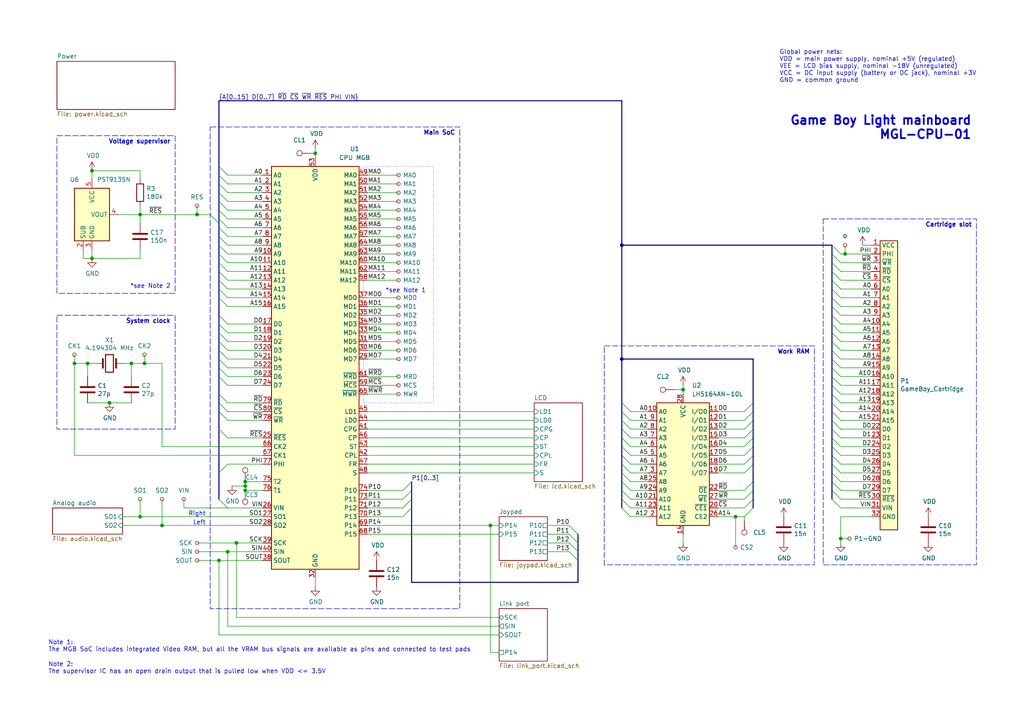
<source format=kicad_sch>
(kicad_sch (version 20230121) (generator eeschema)
  (paper "A4")
  (title_block (title "MGL-CPU-01") (date "2022-03-19") (rev "A") (company "https://gekkio.fi") (comment 1 "https://github.com/Gekkio/gb-schematics"))
  (junction (at 40.64 149.86))
  (junction (at 180.34 71.12))
  (junction (at 71.12 139.7))
  (junction (at 26.67 49.53))
  (junction (at 68.58 157.48))
  (junction (at 26.67 74.93))
  (junction (at 91.44 44.45))
  (junction (at 40.64 62.23))
  (junction (at 57.15 62.23))
  (junction (at 21.59 105.41))
  (junction (at 46.99 152.4))
  (junction (at 41.91 105.41))
  (junction (at 31.75 116.84))
  (junction (at 38.1 105.41))
  (junction (at 180.34 104.14))
  (junction (at 245.11 73.66))
  (junction (at 243.84 156.21))
  (junction (at 71.12 140.97))
  (junction (at 213.36 149.86))
  (junction (at 25.4 105.41))
  (junction (at 71.12 142.24))
  (junction (at 198.12 113.03))
  (junction (at 63.5 162.56))
  (junction (at 66.04 160.02))
  (junction (at 142.24 152.4))
  (bus_entry (at 241.3 116.84) (size 2.54 2.54))
  (bus_entry (at 241.3 71.12) (size 2.54 2.54))
  (bus_entry (at 63.5 91.44) (size 2.54 2.54))
  (bus_entry (at 182.88 124.46) (size -2.54 -2.54))
  (bus_entry (at 63.5 109.22) (size 2.54 2.54))
  (bus_entry (at 63.5 50.8) (size 2.54 2.54))
  (bus_entry (at 63.5 71.12) (size 2.54 2.54))
  (bus_entry (at 63.5 73.66) (size 2.54 2.54))
  (bus_entry (at 63.5 48.26) (size 2.54 2.54))
  (bus_entry (at 241.3 81.28) (size 2.54 2.54))
  (bus_entry (at 63.5 104.14) (size 2.54 2.54))
  (bus_entry (at 165.1 152.4) (size 2.54 2.54))
  (bus_entry (at 241.3 109.22) (size 2.54 2.54))
  (bus_entry (at 215.9 149.86) (size 2.54 -2.54))
  (bus_entry (at 116.84 144.78) (size 2.54 -2.54))
  (bus_entry (at 215.9 134.62) (size 2.54 -2.54))
  (bus_entry (at 63.5 83.82) (size 2.54 2.54))
  (bus_entry (at 182.88 144.78) (size -2.54 -2.54))
  (bus_entry (at 63.5 60.96) (size 2.54 2.54))
  (bus_entry (at 182.88 139.7) (size -2.54 -2.54))
  (bus_entry (at 165.1 154.94) (size 2.54 2.54))
  (bus_entry (at 241.3 124.46) (size 2.54 2.54))
  (bus_entry (at 63.5 93.98) (size 2.54 2.54))
  (bus_entry (at 241.3 129.54) (size 2.54 2.54))
  (bus_entry (at 215.9 137.16) (size 2.54 -2.54))
  (bus_entry (at 241.3 91.44) (size 2.54 2.54))
  (bus_entry (at 215.9 127) (size 2.54 -2.54))
  (bus_entry (at 241.3 127) (size 2.54 2.54))
  (bus_entry (at 63.5 101.6) (size 2.54 2.54))
  (bus_entry (at 241.3 139.7) (size 2.54 2.54))
  (bus_entry (at 63.5 68.58) (size 2.54 2.54))
  (bus_entry (at 182.88 132.08) (size -2.54 -2.54))
  (bus_entry (at 215.9 121.92) (size 2.54 -2.54))
  (bus_entry (at 241.3 114.3) (size 2.54 2.54))
  (bus_entry (at 63.5 114.3) (size 2.54 2.54))
  (bus_entry (at 182.88 129.54) (size -2.54 -2.54))
  (bus_entry (at 60.96 62.23) (size 2.54 2.54))
  (bus_entry (at 66.04 127) (size -2.54 -2.54))
  (bus_entry (at 241.3 119.38) (size 2.54 2.54))
  (bus_entry (at 63.5 78.74) (size 2.54 2.54))
  (bus_entry (at 63.5 53.34) (size 2.54 2.54))
  (bus_entry (at 165.1 160.02) (size 2.54 2.54))
  (bus_entry (at 116.84 142.24) (size 2.54 -2.54))
  (bus_entry (at 116.84 147.32) (size 2.54 -2.54))
  (bus_entry (at 241.3 142.24) (size 2.54 2.54))
  (bus_entry (at 63.5 86.36) (size 2.54 2.54))
  (bus_entry (at 182.88 121.92) (size -2.54 -2.54))
  (bus_entry (at 63.5 116.84) (size 2.54 2.54))
  (bus_entry (at 241.3 99.06) (size 2.54 2.54))
  (bus_entry (at 241.3 76.2) (size 2.54 2.54))
  (bus_entry (at 182.88 149.86) (size -2.54 -2.54))
  (bus_entry (at 215.9 147.32) (size 2.54 -2.54))
  (bus_entry (at 63.5 63.5) (size 2.54 2.54))
  (bus_entry (at 215.9 132.08) (size 2.54 -2.54))
  (bus_entry (at 241.3 86.36) (size 2.54 2.54))
  (bus_entry (at 241.3 111.76) (size 2.54 2.54))
  (bus_entry (at 182.88 127) (size -2.54 -2.54))
  (bus_entry (at 63.5 55.88) (size 2.54 2.54))
  (bus_entry (at 241.3 78.74) (size 2.54 2.54))
  (bus_entry (at 182.88 142.24) (size -2.54 -2.54))
  (bus_entry (at 241.3 144.78) (size 2.54 2.54))
  (bus_entry (at 63.5 119.38) (size 2.54 2.54))
  (bus_entry (at 182.88 147.32) (size -2.54 -2.54))
  (bus_entry (at 63.5 144.78) (size 2.54 2.54))
  (bus_entry (at 241.3 134.62) (size 2.54 2.54))
  (bus_entry (at 215.9 129.54) (size 2.54 -2.54))
  (bus_entry (at 241.3 96.52) (size 2.54 2.54))
  (bus_entry (at 215.9 142.24) (size 2.54 -2.54))
  (bus_entry (at 116.84 149.86) (size 2.54 -2.54))
  (bus_entry (at 241.3 132.08) (size 2.54 2.54))
  (bus_entry (at 241.3 88.9) (size 2.54 2.54))
  (bus_entry (at 215.9 144.78) (size 2.54 -2.54))
  (bus_entry (at 63.5 58.42) (size 2.54 2.54))
  (bus_entry (at 182.88 119.38) (size -2.54 -2.54))
  (bus_entry (at 63.5 106.68) (size 2.54 2.54))
  (bus_entry (at 241.3 121.92) (size 2.54 2.54))
  (bus_entry (at 215.9 124.46) (size 2.54 -2.54))
  (bus_entry (at 63.5 81.28) (size 2.54 2.54))
  (bus_entry (at 215.9 119.38) (size 2.54 -2.54))
  (bus_entry (at 182.88 134.62) (size -2.54 -2.54))
  (bus_entry (at 241.3 83.82) (size 2.54 2.54))
  (bus_entry (at 63.5 66.04) (size 2.54 2.54))
  (bus_entry (at 241.3 137.16) (size 2.54 2.54))
  (bus_entry (at 63.5 137.16) (size 2.54 -2.54))
  (bus_entry (at 63.5 96.52) (size 2.54 2.54))
  (bus_entry (at 182.88 137.16) (size -2.54 -2.54))
  (bus_entry (at 241.3 93.98) (size 2.54 2.54))
  (bus_entry (at 241.3 73.66) (size 2.54 2.54))
  (bus_entry (at 63.5 76.2) (size 2.54 2.54))
  (bus_entry (at 241.3 101.6) (size 2.54 2.54))
  (bus_entry (at 165.1 157.48) (size 2.54 2.54))
  (bus_entry (at 241.3 106.68) (size 2.54 2.54))
  (bus_entry (at 63.5 99.06) (size 2.54 2.54))
  (bus_entry (at 241.3 104.14) (size 2.54 2.54))
  (bus (pts (xy 63.5 101.6) (xy 63.5 104.14)))
  (bus (pts (xy 180.34 134.62) (xy 180.34 137.16)))
  (wire (pts (xy 66.04 111.76) (xy 76.2 111.76)))
  (wire (pts (xy 66.04 60.96) (xy 76.2 60.96)))
  (bus (pts (xy 63.5 104.14) (xy 63.5 106.68)))
  (wire (pts (xy 106.68 93.98) (xy 115.57 93.98)))
  (wire (pts (xy 41.91 102.87) (xy 41.91 105.41)))
  (bus (pts (xy 218.44 139.7) (xy 218.44 142.24)))
  (bus (pts (xy 167.64 154.94) (xy 167.64 157.48)))
  (wire (pts (xy 250.19 71.12) (xy 252.73 71.12)))
  (bus (pts (xy 241.3 86.36) (xy 241.3 88.9)))
  (wire (pts (xy 66.04 50.8) (xy 76.2 50.8)))
  (wire (pts (xy 40.64 149.86) (xy 76.2 149.86)))
  (wire (pts (xy 243.84 137.16) (xy 252.73 137.16)))
  (wire (pts (xy 63.5 162.56) (xy 76.2 162.56)))
  (bus (pts (xy 241.3 99.06) (xy 241.3 101.6)))
  (bus (pts (xy 63.5 66.04) (xy 63.5 68.58)))
  (wire (pts (xy 53.34 147.32) (xy 53.34 144.78)))
  (wire (pts (xy 106.68 142.24) (xy 116.84 142.24)))
  (wire (pts (xy 53.34 147.32) (xy 66.04 147.32)))
  (wire (pts (xy 243.84 83.82) (xy 252.73 83.82)))
  (wire (pts (xy 243.84 116.84) (xy 252.73 116.84)))
  (bus (pts (xy 241.3 81.28) (xy 241.3 83.82)))
  (wire (pts (xy 182.88 121.92) (xy 187.96 121.92)))
  (bus (pts (xy 119.38 144.78) (xy 119.38 147.32)))
  (wire (pts (xy 106.68 71.12) (xy 115.57 71.12)))
  (wire (pts (xy 243.84 114.3) (xy 252.73 114.3)))
  (wire (pts (xy 66.04 147.32) (xy 76.2 147.32)))
  (wire (pts (xy 243.84 96.52) (xy 252.73 96.52)))
  (bus (pts (xy 241.3 104.14) (xy 241.3 106.68)))
  (wire (pts (xy 208.28 149.86) (xy 213.36 149.86)))
  (bus (pts (xy 180.34 104.14) (xy 218.44 104.14)))
  (wire (pts (xy 66.04 68.58) (xy 76.2 68.58)))
  (wire (pts (xy 66.04 101.6) (xy 76.2 101.6)))
  (wire (pts (xy 243.84 73.66) (xy 245.11 73.66)))
  (bus (pts (xy 180.34 121.92) (xy 180.34 124.46)))
  (wire (pts (xy 106.68 78.74) (xy 115.57 78.74)))
  (bus (pts (xy 218.44 132.08) (xy 218.44 134.62)))
  (bus (pts (xy 241.3 111.76) (xy 241.3 114.3)))
  (wire (pts (xy 106.68 119.38) (xy 154.94 119.38)))
  (wire (pts (xy 182.88 124.46) (xy 187.96 124.46)))
  (bus (pts (xy 241.3 93.98) (xy 241.3 96.52)))
  (wire (pts (xy 213.36 149.86) (xy 213.36 158.75)))
  (wire (pts (xy 243.84 109.22) (xy 252.73 109.22)))
  (wire (pts (xy 182.88 119.38) (xy 187.96 119.38)))
  (bus (pts (xy 218.44 104.14) (xy 218.44 116.84)))
  (bus (pts (xy 241.3 96.52) (xy 241.3 99.06)))
  (bus (pts (xy 241.3 83.82) (xy 241.3 86.36)))
  (bus (pts (xy 180.34 142.24) (xy 180.34 144.78)))
  (wire (pts (xy 106.68 111.76) (xy 115.57 111.76)))
  (wire (pts (xy 46.99 152.4) (xy 76.2 152.4)))
  (wire (pts (xy 25.4 105.41) (xy 27.94 105.41)))
  (wire (pts (xy 106.68 147.32) (xy 116.84 147.32)))
  (wire (pts (xy 142.24 189.23) (xy 142.24 152.4)))
  (wire (pts (xy 106.68 63.5) (xy 115.57 63.5)))
  (bus (pts (xy 218.44 144.78) (xy 218.44 147.32)))
  (bus (pts (xy 241.3 124.46) (xy 241.3 127)))
  (wire (pts (xy 106.68 76.2) (xy 115.57 76.2)))
  (bus (pts (xy 180.34 139.7) (xy 180.34 142.24)))
  (bus (pts (xy 218.44 121.92) (xy 218.44 124.46)))
  (bus (pts (xy 119.38 139.7) (xy 119.38 142.24)))
  (wire (pts (xy 21.59 132.08) (xy 21.59 105.41)))
  (wire (pts (xy 35.56 152.4) (xy 46.99 152.4)))
  (wire (pts (xy 243.84 93.98) (xy 252.73 93.98)))
  (wire (pts (xy 106.68 154.94) (xy 144.78 154.94)))
  (wire (pts (xy 144.78 189.23) (xy 142.24 189.23)))
  (bus (pts (xy 180.34 144.78) (xy 180.34 147.32)))
  (wire (pts (xy 71.12 142.24) (xy 76.2 142.24)))
  (wire (pts (xy 182.88 127) (xy 187.96 127)))
  (wire (pts (xy 106.68 149.86) (xy 116.84 149.86)))
  (bus (pts (xy 63.5 60.96) (xy 63.5 63.5)))
  (wire (pts (xy 67.31 140.97) (xy 71.12 140.97)))
  (wire (pts (xy 57.15 59.69) (xy 57.15 62.23)))
  (wire (pts (xy 21.59 102.87) (xy 21.59 105.41)))
  (bus (pts (xy 180.34 71.12) (xy 241.3 71.12)))
  (wire (pts (xy 106.68 114.3) (xy 115.57 114.3)))
  (wire (pts (xy 106.68 129.54) (xy 154.94 129.54)))
  (wire (pts (xy 213.36 149.86) (xy 215.9 149.86)))
  (wire (pts (xy 106.68 137.16) (xy 154.94 137.16)))
  (wire (pts (xy 91.44 167.64) (xy 91.44 170.18)))
  (bus (pts (xy 241.3 76.2) (xy 241.3 78.74)))
  (bus (pts (xy 63.5 71.12) (xy 63.5 73.66)))
  (bus (pts (xy 218.44 129.54) (xy 218.44 132.08)))
  (bus (pts (xy 63.5 55.88) (xy 63.5 58.42)))
  (wire (pts (xy 106.68 101.6) (xy 115.57 101.6)))
  (wire (pts (xy 26.67 74.93) (xy 40.64 74.93)))
  (wire (pts (xy 243.84 149.86) (xy 243.84 156.21)))
  (wire (pts (xy 26.67 72.39) (xy 26.67 74.93)))
  (wire (pts (xy 208.28 137.16) (xy 215.9 137.16)))
  (bus (pts (xy 180.34 129.54) (xy 180.34 132.08)))
  (wire (pts (xy 182.88 144.78) (xy 187.96 144.78)))
  (bus (pts (xy 167.64 160.02) (xy 167.64 162.56)))
  (bus (pts (xy 63.5 81.28) (xy 63.5 83.82)))
  (wire (pts (xy 198.12 111.76) (xy 198.12 113.03)))
  (wire (pts (xy 208.28 124.46) (xy 215.9 124.46)))
  (wire (pts (xy 106.68 91.44) (xy 115.57 91.44)))
  (wire (pts (xy 106.68 53.34) (xy 115.57 53.34)))
  (bus (pts (xy 63.5 124.46) (xy 63.5 137.16)))
  (wire (pts (xy 106.68 68.58) (xy 115.57 68.58)))
  (bus (pts (xy 63.5 63.5) (xy 63.5 64.77)))
  (bus (pts (xy 63.5 116.84) (xy 63.5 119.38)))
  (wire (pts (xy 25.4 105.41) (xy 25.4 109.22)))
  (wire (pts (xy 106.68 152.4) (xy 142.24 152.4)))
  (wire (pts (xy 25.4 116.84) (xy 31.75 116.84)))
  (wire (pts (xy 246.38 156.21) (xy 243.84 156.21)))
  (wire (pts (xy 182.88 129.54) (xy 187.96 129.54)))
  (wire (pts (xy 106.68 99.06) (xy 115.57 99.06)))
  (wire (pts (xy 243.84 127) (xy 252.73 127)))
  (bus (pts (xy 180.34 29.21) (xy 180.34 71.12)))
  (wire (pts (xy 106.68 86.36) (xy 115.57 86.36)))
  (wire (pts (xy 106.68 88.9) (xy 115.57 88.9)))
  (bus (pts (xy 218.44 142.24) (xy 218.44 144.78)))
  (bus (pts (xy 180.34 124.46) (xy 180.34 127)))
  (bus (pts (xy 63.5 29.21) (xy 180.34 29.21)))
  (wire (pts (xy 106.68 124.46) (xy 154.94 124.46)))
  (wire (pts (xy 66.04 63.5) (xy 76.2 63.5)))
  (wire (pts (xy 144.78 184.15) (xy 63.5 184.15)))
  (bus (pts (xy 180.34 137.16) (xy 180.34 139.7)))
  (wire (pts (xy 106.68 96.52) (xy 115.57 96.52)))
  (bus (pts (xy 241.3 71.12) (xy 241.3 73.66)))
  (bus (pts (xy 63.5 109.22) (xy 63.5 114.3)))
  (wire (pts (xy 106.68 121.92) (xy 154.94 121.92)))
  (wire (pts (xy 243.84 144.78) (xy 252.73 144.78)))
  (wire (pts (xy 252.73 149.86) (xy 243.84 149.86)))
  (wire (pts (xy 66.04 106.68) (xy 76.2 106.68)))
  (wire (pts (xy 208.28 121.92) (xy 215.9 121.92)))
  (bus (pts (xy 167.64 162.56) (xy 167.64 168.91)))
  (wire (pts (xy 182.88 142.24) (xy 187.96 142.24)))
  (wire (pts (xy 243.84 156.21) (xy 243.84 157.48)))
  (wire (pts (xy 158.75 160.02) (xy 165.1 160.02)))
  (bus (pts (xy 241.3 142.24) (xy 241.3 144.78)))
  (wire (pts (xy 243.84 139.7) (xy 252.73 139.7)))
  (bus (pts (xy 218.44 116.84) (xy 218.44 119.38)))
  (bus (pts (xy 63.5 119.38) (xy 63.5 124.46)))
  (wire (pts (xy 35.56 149.86) (xy 40.64 149.86)))
  (bus (pts (xy 63.5 96.52) (xy 63.5 99.06)))
  (wire (pts (xy 243.84 91.44) (xy 252.73 91.44)))
  (wire (pts (xy 106.68 144.78) (xy 116.84 144.78)))
  (wire (pts (xy 40.64 62.23) (xy 40.64 64.77)))
  (wire (pts (xy 38.1 105.41) (xy 41.91 105.41)))
  (bus (pts (xy 218.44 127) (xy 218.44 129.54)))
  (wire (pts (xy 66.04 181.61) (xy 144.78 181.61)))
  (wire (pts (xy 66.04 160.02) (xy 76.2 160.02)))
  (wire (pts (xy 46.99 129.54) (xy 76.2 129.54)))
  (bus (pts (xy 63.5 48.26) (xy 63.5 50.8)))
  (wire (pts (xy 57.15 162.56) (xy 63.5 162.56)))
  (bus (pts (xy 63.5 114.3) (xy 63.5 116.84)))
  (wire (pts (xy 40.64 62.23) (xy 57.15 62.23)))
  (wire (pts (xy 38.1 105.41) (xy 38.1 109.22)))
  (bus (pts (xy 180.34 71.12) (xy 180.34 104.14)))
  (bus (pts (xy 241.3 134.62) (xy 241.3 137.16)))
  (wire (pts (xy 195.58 113.03) (xy 198.12 113.03)))
  (wire (pts (xy 46.99 144.78) (xy 46.99 152.4)))
  (wire (pts (xy 245.11 73.66) (xy 252.73 73.66)))
  (bus (pts (xy 63.5 78.74) (xy 63.5 81.28)))
  (wire (pts (xy 66.04 104.14) (xy 76.2 104.14)))
  (wire (pts (xy 245.11 71.12) (xy 245.11 73.66)))
  (bus (pts (xy 241.3 139.7) (xy 241.3 142.24)))
  (wire (pts (xy 243.84 104.14) (xy 252.73 104.14)))
  (bus (pts (xy 63.5 73.66) (xy 63.5 76.2)))
  (wire (pts (xy 208.28 119.38) (xy 215.9 119.38)))
  (bus (pts (xy 119.38 142.24) (xy 119.38 144.78)))
  (wire (pts (xy 243.84 124.46) (xy 252.73 124.46)))
  (bus (pts (xy 241.3 106.68) (xy 241.3 109.22)))
  (bus (pts (xy 241.3 129.54) (xy 241.3 132.08)))
  (bus (pts (xy 180.34 119.38) (xy 180.34 121.92)))
  (wire (pts (xy 41.91 105.41) (xy 46.99 105.41)))
  (wire (pts (xy 68.58 179.07) (xy 68.58 157.48)))
  (bus (pts (xy 218.44 134.62) (xy 218.44 139.7)))
  (bus (pts (xy 180.34 132.08) (xy 180.34 134.62)))
  (wire (pts (xy 208.28 147.32) (xy 215.9 147.32)))
  (wire (pts (xy 182.88 149.86) (xy 187.96 149.86)))
  (wire (pts (xy 71.12 139.7) (xy 76.2 139.7)))
  (wire (pts (xy 182.88 132.08) (xy 187.96 132.08)))
  (wire (pts (xy 66.04 127) (xy 76.2 127)))
  (bus (pts (xy 63.5 99.06) (xy 63.5 101.6)))
  (wire (pts (xy 243.84 132.08) (xy 252.73 132.08)))
  (wire (pts (xy 40.64 49.53) (xy 40.64 52.07)))
  (wire (pts (xy 40.64 74.93) (xy 40.64 72.39)))
  (bus (pts (xy 63.5 137.16) (xy 63.5 144.78)))
  (wire (pts (xy 66.04 121.92) (xy 76.2 121.92)))
  (wire (pts (xy 21.59 132.08) (xy 76.2 132.08)))
  (wire (pts (xy 34.29 62.23) (xy 40.64 62.23)))
  (bus (pts (xy 241.3 91.44) (xy 241.3 93.98)))
  (wire (pts (xy 66.04 134.62) (xy 76.2 134.62)))
  (bus (pts (xy 218.44 124.46) (xy 218.44 127)))
  (wire (pts (xy 63.5 184.15) (xy 63.5 162.56)))
  (wire (pts (xy 66.04 71.12) (xy 76.2 71.12)))
  (wire (pts (xy 106.68 50.8) (xy 115.57 50.8)))
  (bus (pts (xy 119.38 147.32) (xy 119.38 168.91)))
  (bus (pts (xy 241.3 132.08) (xy 241.3 134.62)))
  (bus (pts (xy 63.5 29.21) (xy 63.5 48.26)))
  (bus (pts (xy 180.34 104.14) (xy 180.34 116.84)))
  (wire (pts (xy 142.24 152.4) (xy 144.78 152.4)))
  (bus (pts (xy 63.5 106.68) (xy 63.5 109.22)))
  (wire (pts (xy 40.64 144.78) (xy 40.64 149.86)))
  (wire (pts (xy 35.56 105.41) (xy 38.1 105.41)))
  (wire (pts (xy 243.84 129.54) (xy 252.73 129.54)))
  (wire (pts (xy 243.84 101.6) (xy 252.73 101.6)))
  (wire (pts (xy 66.04 81.28) (xy 76.2 81.28)))
  (wire (pts (xy 66.04 116.84) (xy 76.2 116.84)))
  (wire (pts (xy 182.88 147.32) (xy 187.96 147.32)))
  (bus (pts (xy 241.3 73.66) (xy 241.3 76.2)))
  (wire (pts (xy 66.04 76.2) (xy 76.2 76.2)))
  (bus (pts (xy 63.5 86.36) (xy 63.5 91.44)))
  (wire (pts (xy 208.28 129.54) (xy 215.9 129.54)))
  (wire (pts (xy 21.59 105.41) (xy 25.4 105.41)))
  (wire (pts (xy 66.04 88.9) (xy 76.2 88.9)))
  (bus (pts (xy 241.3 119.38) (xy 241.3 121.92)))
  (wire (pts (xy 66.04 93.98) (xy 76.2 93.98)))
  (wire (pts (xy 182.88 137.16) (xy 187.96 137.16)))
  (bus (pts (xy 63.5 58.42) (xy 63.5 60.96)))
  (wire (pts (xy 243.84 106.68) (xy 252.73 106.68)))
  (bus (pts (xy 63.5 50.8) (xy 63.5 53.34)))
  (bus (pts (xy 63.5 53.34) (xy 63.5 55.88)))
  (wire (pts (xy 66.04 73.66) (xy 76.2 73.66)))
  (bus (pts (xy 241.3 114.3) (xy 241.3 116.84)))
  (wire (pts (xy 158.75 152.4) (xy 165.1 152.4)))
  (bus (pts (xy 241.3 127) (xy 241.3 129.54)))
  (wire (pts (xy 90.17 44.45) (xy 91.44 44.45)))
  (wire (pts (xy 66.04 96.52) (xy 76.2 96.52)))
  (bus (pts (xy 63.5 68.58) (xy 63.5 71.12)))
  (wire (pts (xy 66.04 66.04) (xy 76.2 66.04)))
  (bus (pts (xy 218.44 119.38) (xy 218.44 121.92)))
  (wire (pts (xy 106.68 109.22) (xy 115.57 109.22)))
  (wire (pts (xy 215.9 149.86) (xy 215.9 151.13)))
  (wire (pts (xy 182.88 134.62) (xy 187.96 134.62)))
  (wire (pts (xy 208.28 144.78) (xy 215.9 144.78)))
  (bus (pts (xy 241.3 116.84) (xy 241.3 119.38)))
  (bus (pts (xy 63.5 83.82) (xy 63.5 86.36)))
  (wire (pts (xy 106.68 104.14) (xy 115.57 104.14)))
  (bus (pts (xy 63.5 64.77) (xy 63.5 66.04)))
  (bus (pts (xy 119.38 168.91) (xy 167.64 168.91)))
  (wire (pts (xy 71.12 139.7) (xy 71.12 140.97)))
  (wire (pts (xy 57.15 62.23) (xy 60.96 62.23)))
  (wire (pts (xy 66.04 53.34) (xy 76.2 53.34)))
  (wire (pts (xy 243.84 76.2) (xy 252.73 76.2)))
  (wire (pts (xy 71.12 140.97) (xy 71.12 142.24)))
  (wire (pts (xy 57.15 160.02) (xy 66.04 160.02)))
  (bus (pts (xy 241.3 88.9) (xy 241.3 91.44)))
  (wire (pts (xy 106.68 127) (xy 154.94 127)))
  (wire (pts (xy 66.04 160.02) (xy 66.04 181.61)))
  (wire (pts (xy 243.84 99.06) (xy 252.73 99.06)))
  (bus (pts (xy 63.5 93.98) (xy 63.5 96.52)))
  (wire (pts (xy 243.84 78.74) (xy 252.73 78.74)))
  (wire (pts (xy 208.28 142.24) (xy 215.9 142.24)))
  (wire (pts (xy 198.12 113.03) (xy 198.12 114.3)))
  (wire (pts (xy 26.67 49.53) (xy 26.67 52.07)))
  (wire (pts (xy 243.84 81.28) (xy 252.73 81.28)))
  (wire (pts (xy 106.68 81.28) (xy 115.57 81.28)))
  (wire (pts (xy 106.68 58.42) (xy 115.57 58.42)))
  (bus (pts (xy 241.3 121.92) (xy 241.3 124.46)))
  (wire (pts (xy 66.04 109.22) (xy 76.2 109.22)))
  (wire (pts (xy 106.68 66.04) (xy 115.57 66.04)))
  (wire (pts (xy 66.04 83.82) (xy 76.2 83.82)))
  (wire (pts (xy 243.84 147.32) (xy 252.73 147.32)))
  (wire (pts (xy 106.68 132.08) (xy 154.94 132.08)))
  (bus (pts (xy 63.5 76.2) (xy 63.5 78.74)))
  (wire (pts (xy 208.28 132.08) (xy 215.9 132.08)))
  (bus (pts (xy 241.3 109.22) (xy 241.3 111.76)))
  (wire (pts (xy 68.58 179.07) (xy 144.78 179.07)))
  (wire (pts (xy 68.58 157.48) (xy 76.2 157.48)))
  (wire (pts (xy 243.84 142.24) (xy 252.73 142.24)))
  (bus (pts (xy 180.34 127) (xy 180.34 129.54)))
  (bus (pts (xy 63.5 91.44) (xy 63.5 93.98)))
  (wire (pts (xy 57.15 157.48) (xy 68.58 157.48)))
  (wire (pts (xy 243.84 88.9) (xy 252.73 88.9)))
  (wire (pts (xy 66.04 78.74) (xy 76.2 78.74)))
  (wire (pts (xy 31.75 116.84) (xy 38.1 116.84)))
  (wire (pts (xy 66.04 86.36) (xy 76.2 86.36)))
  (wire (pts (xy 66.04 55.88) (xy 76.2 55.88)))
  (wire (pts (xy 26.67 49.53) (xy 40.64 49.53)))
  (bus (pts (xy 241.3 78.74) (xy 241.3 81.28)))
  (wire (pts (xy 243.84 119.38) (xy 252.73 119.38)))
  (wire (pts (xy 106.68 134.62) (xy 154.94 134.62)))
  (wire (pts (xy 91.44 44.45) (xy 91.44 45.72)))
  (wire (pts (xy 24.13 72.39) (xy 24.13 74.93)))
  (wire (pts (xy 208.28 134.62) (xy 215.9 134.62)))
  (wire (pts (xy 66.04 119.38) (xy 76.2 119.38)))
  (wire (pts (xy 243.84 134.62) (xy 252.73 134.62)))
  (wire (pts (xy 158.75 157.48) (xy 165.1 157.48)))
  (wire (pts (xy 243.84 86.36) (xy 252.73 86.36)))
  (bus (pts (xy 167.64 157.48) (xy 167.64 160.02)))
  (wire (pts (xy 66.04 99.06) (xy 76.2 99.06)))
  (wire (pts (xy 91.44 43.18) (xy 91.44 44.45)))
  (wire (pts (xy 46.99 105.41) (xy 46.99 129.54)))
  (wire (pts (xy 243.84 121.92) (xy 252.73 121.92)))
  (wire (pts (xy 106.68 55.88) (xy 115.57 55.88)))
  (wire (pts (xy 158.75 154.94) (xy 165.1 154.94)))
  (wire (pts (xy 66.04 58.42) (xy 76.2 58.42)))
  (wire (pts (xy 106.68 73.66) (xy 115.57 73.66)))
  (bus (pts (xy 180.34 116.84) (xy 180.34 119.38)))
  (bus (pts (xy 241.3 137.16) (xy 241.3 139.7)))
  (wire (pts (xy 106.68 60.96) (xy 115.57 60.96)))
  (bus (pts (xy 241.3 101.6) (xy 241.3 104.14)))
  (wire (pts (xy 26.67 74.93) (xy 24.13 74.93)))
  (wire (pts (xy 198.12 154.94) (xy 198.12 157.48)))
  (wire (pts (xy 182.88 139.7) (xy 187.96 139.7)))
  (wire (pts (xy 243.84 111.76) (xy 252.73 111.76)))
  (wire (pts (xy 208.28 127) (xy 215.9 127)))
  (wire (pts (xy 40.64 62.23) (xy 40.64 59.69)))
  (rectangle (start 238.76 63.5) (end 283.21 163.83) (stroke (width 0) (type dash)))
  (rectangle (start 60.96 36.83) (end 133.35 176.53) (stroke (width 0) (type dash)))
  (rectangle (start 16.51 91.44) (end 50.8 124.46) (stroke (width 0) (type dash)))
  (rectangle (start 175.26 100.33) (end 236.22 163.83) (stroke (width 0) (type dash)))
  (rectangle (start 105.41 48.26) (end 125.73 116.84) (stroke (width 0) (type dot)))
  (rectangle (start 16.51 39.37) (end 50.8 85.09) (stroke (width 0) (type dash)))
  (text "System clock" (at 49.53 93.98 0) (effects (font (size 1.27 1.27) (thickness 0.254) bold) (justify right bottom)))
  (text "Cartridge slot" (at 281.94 66.04 0) (effects (font (size 1.27 1.27) (thickness 0.254) bold) (justify right bottom)))
  (text "Main SoC" (at 132.08 39.37 0) (effects (font (size 1.27 1.27) (thickness 0.254) bold) (justify right bottom)))
  (text "Note 1:\nThe MGB SoC includes integrated Video RAM, but all the VRAM bus signals are available as pins and connected to test pads" (at 13.97 189.23 0) (effects (font (size 1.27 1.27)) (justify left bottom)))
  (text "Game Boy Light mainboard\nMGL-CPU-01" (at 281.94 40.64 0) (effects (font (size 2.54 2.54) (thickness 0.508) bold) (justify right bottom)))
  (text "Right" (at 59.69 149.86 0) (effects (font (size 1.27 1.27)) (justify right bottom)))
  (text "Global power nets:\nVDD = main power supply, nominal +5V (regulated)\nVEE = LCD bias supply, nominal -18V (unregulated)\nVCC = DC input supply (battery or DC jack), nominal +3V\nGND = common ground" (at 226.06 24.13 0) (effects (font (size 1.27 1.27)) (justify left bottom)))
  (text "Note 2:\nThe supervisor IC has an open drain output that is pulled low when VDD <= 3.5V" (at 13.97 195.58 0) (effects (font (size 1.27 1.27)) (justify left bottom)))
  (text "Work RAM" (at 234.95 102.87 0) (effects (font (size 1.27 1.27) (thickness 0.254) bold) (justify right bottom)))
  (text "*see Note 1" (at 111.76 85.09 0) (effects (font (size 1.27 1.27)) (justify left bottom)))
  (text "Left" (at 59.69 152.4 0) (effects (font (size 1.27 1.27)) (justify right bottom)))
  (text "*see Note 2" (at 49.53 83.82 0) (effects (font (size 1.27 1.27)) (justify right bottom)))
  (text "Voltage supervisor" (at 49.53 41.91 0) (effects (font (size 1.27 1.27) (thickness 0.254) bold) (justify right bottom)))
  (label "A14" (at 252.73 119.38 180))
  (label "D6" (at 252.73 139.7 180))
  (label "D1" (at 208.28 121.92 0))
  (label "P10" (at 106.68 142.24 0))
  (label "P12" (at 161.29 157.48 0))
  (label "D2" (at 208.28 124.46 0))
  (label "SO1" (at 76.2 149.86 180))
  (label "P10" (at 161.29 152.4 0))
  (label "P11" (at 161.29 154.94 0))
  (label "MA1" (at 106.68 53.34 0))
  (label "~{RES}" (at 252.73 144.78 180))
  (label "A12" (at 252.73 114.3 180))
  (label "A2" (at 252.73 88.9 180))
  (label "{A[0..15] D[0..7] ~{RD} ~{CS} ~{WR} ~{RES} PHI VIN}" (at 63.5 29.21 0))
  (label "A12" (at 76.2 81.28 180))
  (label "MA7" (at 106.68 68.58 0))
  (label "MD7" (at 106.68 104.14 0))
  (label "~{MWR}" (at 106.68 114.3 0))
  (label "D5" (at 252.73 137.16 180))
  (label "D2" (at 76.2 99.06 180))
  (label "MD0" (at 106.68 86.36 0))
  (label "D2" (at 252.73 129.54 180))
  (label "D6" (at 208.28 134.62 0))
  (label "~{RD}" (at 208.28 142.24 0))
  (label "A8" (at 76.2 71.12 180))
  (label "MA2" (at 106.68 55.88 0))
  (label "A5" (at 76.2 63.5 180))
  (label "PHI" (at 76.2 134.62 180))
  (label "MA12" (at 106.68 81.28 0))
  (label "P13" (at 161.29 160.02 0))
  (label "A2" (at 76.2 55.88 180))
  (label "VIN" (at 252.73 147.32 180))
  (label "~{CS}" (at 252.73 81.28 180))
  (label "A1" (at 76.2 53.34 180))
  (label "D3" (at 76.2 101.6 180))
  (label "D1" (at 252.73 127 180))
  (label "MA11" (at 106.68 78.74 0))
  (label "~{MRD}" (at 106.68 109.22 0))
  (label "MD5" (at 106.68 99.06 0))
  (label "A10" (at 252.73 109.22 180))
  (label "P1[0..3]" (at 119.38 139.7 0))
  (label "A11" (at 187.96 147.32 180))
  (label "MD6" (at 106.68 101.6 0))
  (label "~{WR}" (at 76.2 121.92 180))
  (label "MA5" (at 106.68 63.5 0))
  (label "SO2" (at 76.2 152.4 180))
  (label "A8" (at 187.96 139.7 180))
  (label "~{CS}" (at 76.2 119.38 180))
  (label "MA4" (at 106.68 60.96 0))
  (label "MA0" (at 106.68 50.8 0))
  (label "D4" (at 208.28 129.54 0))
  (label "A3" (at 187.96 127 180))
  (label "A1" (at 252.73 86.36 180))
  (label "A6" (at 187.96 134.62 180))
  (label "D6" (at 76.2 109.22 180))
  (label "A5" (at 252.73 96.52 180))
  (label "A3" (at 76.2 58.42 180))
  (label "A9" (at 76.2 73.66 180))
  (label "A15" (at 76.2 88.9 180))
  (label "D7" (at 76.2 111.76 180))
  (label "A7" (at 187.96 137.16 180))
  (label "D3" (at 208.28 127 0))
  (label "SIN" (at 76.2 160.02 180))
  (label "MD2" (at 106.68 91.44 0))
  (label "A4" (at 252.73 93.98 180))
  (label "A9" (at 187.96 142.24 180))
  (label "A10" (at 187.96 144.78 180))
  (label "D0" (at 252.73 124.46 180))
  (label "A11" (at 76.2 78.74 180))
  (label "~{RES}" (at 43.18 62.23 0))
  (label "A9" (at 252.73 106.68 180))
  (label "MA6" (at 106.68 66.04 0))
  (label "A12" (at 187.96 149.86 180))
  (label "A14" (at 76.2 86.36 180))
  (label "MA9" (at 106.68 73.66 0))
  (label "MD1" (at 106.68 88.9 0))
  (label "VIN" (at 76.2 147.32 180))
  (label "MD4" (at 106.68 96.52 0))
  (label "P12" (at 106.68 147.32 0))
  (label "P14" (at 106.68 152.4 0))
  (label "A10" (at 76.2 76.2 180))
  (label "A0" (at 252.73 83.82 180))
  (label "A1" (at 187.96 121.92 180))
  (label "A0" (at 76.2 50.8 180))
  (label "P15" (at 106.68 154.94 0))
  (label "~{RES}" (at 76.2 127 180))
  (label "D7" (at 252.73 142.24 180))
  (label "A13" (at 76.2 83.82 180))
  (label "D3" (at 252.73 132.08 180))
  (label "D0" (at 208.28 119.38 0))
  (label "A3" (at 252.73 91.44 180))
  (label "~{MCS}" (at 106.68 111.76 0))
  (label "A5" (at 187.96 132.08 180))
  (label "A15" (at 252.73 121.92 180))
  (label "A4" (at 187.96 129.54 180))
  (label "A14" (at 208.28 149.86 0))
  (label "~{WR}" (at 208.28 144.78 0))
  (label "D1" (at 76.2 96.52 180))
  (label "~{RD}" (at 252.73 78.74 180))
  (label "D5" (at 76.2 106.68 180))
  (label "D5" (at 208.28 132.08 0))
  (label "A8" (at 252.73 104.14 180))
  (label "~{WR}" (at 252.73 76.2 180))
  (label "A4" (at 76.2 60.96 180))
  (label "PHI" (at 252.73 73.66 180))
  (label "A7" (at 76.2 68.58 180))
  (label "A2" (at 187.96 124.46 180))
  (label "D4" (at 76.2 104.14 180))
  (label "A7" (at 252.73 101.6 180))
  (label "D4" (at 252.73 134.62 180))
  (label "A0" (at 187.96 119.38 180))
  (label "MD3" (at 106.68 93.98 0))
  (label "D0" (at 76.2 93.98 180))
  (label "MA10" (at 106.68 76.2 0))
  (label "A11" (at 252.73 111.76 180))
  (label "MA8" (at 106.68 71.12 0))
  (label "~{RD}" (at 76.2 116.84 180))
  (label "P11" (at 106.68 144.78 0))
  (label "MA3" (at 106.68 58.42 0))
  (label "D7" (at 208.28 137.16 0))
  (label "SOUT" (at 76.2 162.56 180))
  (label "SCK" (at 76.2 157.48 180))
  (label "A6" (at 76.2 66.04 180))
  (label "~{CS}" (at 208.28 147.32 0))
  (label "A13" (at 252.73 116.84 180))
  (label "P13" (at 106.68 149.86 0))
  (label "A6" (at 252.73 99.06 180))
  (symbol (lib_id "Gekkio_Memory_RAM:GameBoy_SRAM_64K") (at 198.12 134.62 0) (unit 1)
    (property "Reference" "U2" (at 200.66 111.76 0) (effects (justify left)))
    (property "Value" "LH5164AN-10L" (at 200.66 114.3 0) (effects (justify left)))
    (property "Footprint" "Package_SO:SOIC-28W_7.5x17.9mm_P1.27mm" (effects hide))
  )
  (symbol (lib_id "Gekkio_CPU_Nintendo:GameBoy_CPU_MGB") (at 91.44 106.68 0) (unit 1)
    (property "Reference" "U1" (at 102.87 43.18 0))
    (property "Value" "CPU MGB" (at 102.87 45.72 0))
    (property "Footprint" "Gekkio_Package_QFP:Sharp_QFP-80_14x20mm_P0.8mm" (effects hide))
  )
  (symbol (lib_id "Gekkio_Connector_Specialized:GameBoy_Cartridge") (at 257.81 111.76 0) (unit 1)
    (property "Reference" "P1" (at 261.112 110.49 0) (effects (justify left)))
    (property "Value" "GameBoy_Cartridge" (at 261.112 112.8014 0) (effects (justify left)))
  )
  (symbol (lib_id "power:GND") (at 198.12 157.48 0) (unit 1)
    (property "Reference" "#PWR0101" (effects hide))
    (property "Value" "GND" (at 198.247 161.8742 0))
  )
  (symbol (lib_id "power:GND") (at 243.84 157.48 0) (unit 1)
    (property "Reference" "#PWR0102" (effects hide))
    (property "Value" "GND" (at 243.967 161.8742 0))
  )
  (symbol (lib_id "power:GND") (at 91.44 170.18 0) (unit 1)
    (property "Reference" "#PWR0103" (effects hide))
    (property "Value" "GND" (at 91.567 174.5742 0))
  )
  (symbol (lib_id "Device:C") (at 269.24 153.67 0) (unit 1)
    (property "Reference" "C10" (at 272.161 152.5016 0) (effects (justify left)))
    (property "Value" "15n" (at 272.161 154.813 0) (effects (justify left)))
  )
  (symbol (lib_id "power:GND") (at 269.24 157.48 0) (unit 1)
    (property "Reference" "#PWR0105" (effects hide))
    (property "Value" "GND" (at 269.367 161.8742 0))
  )
  (symbol (lib_id "power:GND") (at 67.31 140.97 0) (unit 1)
    (property "Reference" "#PWR0106" (effects hide))
    (property "Value" "GND" (at 67.437 145.3642 0))
  )
  (symbol (lib_id "power:VDD") (at 198.12 111.76 0) (unit 1)
    (property "Reference" "#PWR0107" (effects hide))
    (property "Value" "VDD" (at 198.501 107.3658 0))
  )
  (symbol (lib_id "power:VDD") (at 269.24 149.86 0) (unit 1)
    (property "Reference" "#PWR0108" (effects hide))
    (property "Value" "VDD" (at 269.621 145.4658 0))
  )
  (symbol (lib_id "power:VDD") (at 250.19 71.12 0) (unit 1)
    (property "Reference" "#PWR0109" (effects hide))
    (property "Value" "VDD" (at 250.571 66.7258 0))
  )
  (symbol (lib_id "power:VDD") (at 91.44 43.18 0) (unit 1)
    (property "Reference" "#PWR0111" (effects hide))
    (property "Value" "VDD" (at 91.821 38.7858 0))
  )
  (symbol (lib_id "Connector:TestPoint_Small") (at 57.15 160.02 0) (mirror x) (unit 1)
    (property "Reference" "TP8" (effects hide))
    (property "Value" "SIN" (at 55.88 160.0199 0) (effects (justify right)))
  )
  (symbol (lib_id "Connector:TestPoint_Small") (at 57.15 157.48 0) (mirror x) (unit 1)
    (property "Reference" "TP7" (effects hide))
    (property "Value" "SCK" (at 55.88 157.4799 0) (effects (justify right)))
  )
  (symbol (lib_id "Connector:TestPoint_Small") (at 57.15 162.56 0) (mirror x) (unit 1)
    (property "Reference" "TP9" (effects hide))
    (property "Value" "SOUT" (at 55.88 162.5599 0) (effects (justify right)))
  )
  (symbol (lib_id "Connector:TestPoint_Small") (at 41.91 102.87 90) (mirror x) (unit 1)
    (property "Reference" "TP3" (effects hide))
    (property "Value" "CK2" (at 41.91 100.33 90))
  )
  (symbol (lib_id "Connector:TestPoint_Small") (at 21.59 102.87 0) (mirror y) (unit 1)
    (property "Reference" "TP1" (effects hide))
    (property "Value" "CK1" (at 21.59 100.33 0))
  )
  (symbol (lib_id "Connector:TestPoint_Small") (at 53.34 144.78 90) (mirror x) (unit 1)
    (property "Reference" "TP5" (effects hide))
    (property "Value" "VIN" (at 53.34 142.24 90))
  )
  (symbol (lib_id "Connector:TestPoint_Small") (at 40.64 144.78 90) (mirror x) (unit 1)
    (property "Reference" "TP2" (effects hide))
    (property "Value" "SO1" (at 40.64 142.24 90))
  )
  (symbol (lib_id "Connector:TestPoint_Small") (at 46.99 144.78 90) (mirror x) (unit 1)
    (property "Reference" "TP4" (effects hide))
    (property "Value" "SO2" (at 46.99 142.24 90))
  )
  (symbol (lib_id "Device:C") (at 227.33 153.67 0) (unit 1)
    (property "Reference" "C11" (at 230.251 152.5016 0) (effects (justify left)))
    (property "Value" "15n" (at 230.251 154.813 0) (effects (justify left)))
  )
  (symbol (lib_id "power:GND") (at 227.33 157.48 0) (unit 1)
    (property "Reference" "#PWR0112" (effects hide))
    (property "Value" "GND" (at 227.457 161.8742 0))
  )
  (symbol (lib_id "power:VDD") (at 227.33 149.86 0) (unit 1)
    (property "Reference" "#PWR0113" (effects hide))
    (property "Value" "VDD" (at 227.711 145.4658 0))
  )
  (symbol (lib_id "Connector:TestPoint_Small") (at 57.15 59.69 90) (mirror x) (unit 1)
    (property "Reference" "TP6" (effects hide))
    (property "Value" "RES" (at 57.15 57.15 90))
  )
  (symbol (lib_id "Device:Crystal") (at 31.75 105.41 0) (unit 1)
    (property "Reference" "X1" (at 31.75 98.6028 0))
    (property "Value" "4.194304 MHz" (at 31.75 100.9142 0))
  )
  (symbol (lib_id "Device:C") (at 25.4 113.03 0) (unit 1)
    (property "Reference" "C1" (at 28.321 111.8616 0) (effects (justify left)))
    (property "Value" "27p" (at 28.321 114.173 0) (effects (justify left)))
  )
  (symbol (lib_id "Device:C") (at 38.1 113.03 0) (unit 1)
    (property "Reference" "C2" (at 41.021 111.8616 0) (effects (justify left)))
    (property "Value" "27p" (at 41.021 114.173 0) (effects (justify left)))
  )
  (symbol (lib_id "power:GND") (at 31.75 116.84 0) (unit 1)
    (property "Reference" "#PWR0114" (effects hide))
    (property "Value" "GND" (at 31.877 121.2342 0))
  )
  (symbol (lib_id "Connector:TestPoint_Small") (at 115.57 81.28 270) (unit 1)
    (property "Reference" "TP22" (effects hide))
    (property "Value" "MA12" (at 116.84 81.28 90) (effects (justify left)))
  )
  (symbol (lib_id "Connector:TestPoint_Small") (at 115.57 78.74 270) (unit 1)
    (property "Reference" "TP21" (effects hide))
    (property "Value" "MA11" (at 116.84 78.74 90) (effects (justify left)))
  )
  (symbol (lib_id "Connector:TestPoint_Small") (at 115.57 76.2 270) (unit 1)
    (property "Reference" "TP20" (effects hide))
    (property "Value" "MA10" (at 116.84 76.2 90) (effects (justify left)))
  )
  (symbol (lib_id "Connector:TestPoint_Small") (at 115.57 73.66 270) (unit 1)
    (property "Reference" "TP19" (effects hide))
    (property "Value" "MA9" (at 116.84 73.66 90) (effects (justify left)))
  )
  (symbol (lib_id "Connector:TestPoint_Small") (at 115.57 71.12 270) (unit 1)
    (property "Reference" "TP18" (effects hide))
    (property "Value" "MA8" (at 116.84 71.12 90) (effects (justify left)))
  )
  (symbol (lib_id "Connector:TestPoint_Small") (at 115.57 68.58 270) (unit 1)
    (property "Reference" "TP17" (effects hide))
    (property "Value" "MA7" (at 116.84 68.58 90) (effects (justify left)))
  )
  (symbol (lib_id "Connector:TestPoint_Small") (at 115.57 66.04 270) (unit 1)
    (property "Reference" "TP16" (effects hide))
    (property "Value" "MA6" (at 116.84 66.04 90) (effects (justify left)))
  )
  (symbol (lib_id "Connector:TestPoint_Small") (at 115.57 63.5 270) (unit 1)
    (property "Reference" "TP15" (effects hide))
    (property "Value" "MA5" (at 116.84 63.5 90) (effects (justify left)))
  )
  (symbol (lib_id "Connector:TestPoint_Small") (at 115.57 60.96 270) (unit 1)
    (property "Reference" "TP14" (effects hide))
    (property "Value" "MA4" (at 116.84 60.96 90) (effects (justify left)))
  )
  (symbol (lib_id "Connector:TestPoint_Small") (at 115.57 58.42 270) (unit 1)
    (property "Reference" "TP13" (effects hide))
    (property "Value" "MA3" (at 116.84 58.42 90) (effects (justify left)))
  )
  (symbol (lib_id "Connector:TestPoint_Small") (at 115.57 55.88 270) (unit 1)
    (property "Reference" "TP12" (effects hide))
    (property "Value" "MA2" (at 116.84 55.88 90) (effects (justify left)))
  )
  (symbol (lib_id "Connector:TestPoint_Small") (at 115.57 53.34 270) (unit 1)
    (property "Reference" "TP11" (effects hide))
    (property "Value" "MA1" (at 116.84 53.34 90) (effects (justify left)))
  )
  (symbol (lib_id "Connector:TestPoint_Small") (at 115.57 50.8 270) (unit 1)
    (property "Reference" "TP10" (effects hide))
    (property "Value" "MA0" (at 116.84 50.8 90) (effects (justify left)))
  )
  (symbol (lib_id "Connector:TestPoint_Small") (at 115.57 101.6 270) (unit 1)
    (property "Reference" "TP29" (effects hide))
    (property "Value" "MD6" (at 116.84 101.6 90) (effects (justify left)))
  )
  (symbol (lib_id "Connector:TestPoint_Small") (at 115.57 99.06 270) (unit 1)
    (property "Reference" "TP28" (effects hide))
    (property "Value" "MD5" (at 116.84 99.06 90) (effects (justify left)))
  )
  (symbol (lib_id "Connector:TestPoint_Small") (at 115.57 96.52 270) (unit 1)
    (property "Reference" "TP27" (effects hide))
    (property "Value" "MD4" (at 116.84 96.52 90) (effects (justify left)))
  )
  (symbol (lib_id "Connector:TestPoint_Small") (at 115.57 93.98 270) (unit 1)
    (property "Reference" "TP26" (effects hide))
    (property "Value" "MD3" (at 116.84 93.98 90) (effects (justify left)))
  )
  (symbol (lib_id "Connector:TestPoint_Small") (at 115.57 91.44 270) (unit 1)
    (property "Reference" "TP25" (effects hide))
    (property "Value" "MD2" (at 116.84 91.44 90) (effects (justify left)))
  )
  (symbol (lib_id "Connector:TestPoint_Small") (at 115.57 88.9 270) (unit 1)
    (property "Reference" "TP24" (effects hide))
    (property "Value" "MD1" (at 116.84 88.9 90) (effects (justify left)))
  )
  (symbol (lib_id "Connector:TestPoint_Small") (at 115.57 86.36 270) (unit 1)
    (property "Reference" "TP23" (effects hide))
    (property "Value" "MD0" (at 116.84 86.36 90) (effects (justify left)))
  )
  (symbol (lib_id "Connector:TestPoint_Small") (at 115.57 104.14 270) (unit 1)
    (property "Reference" "TP30" (effects hide))
    (property "Value" "MD7" (at 116.84 104.14 90) (effects (justify left)))
  )
  (symbol (lib_id "Connector:TestPoint_Small") (at 115.57 111.76 270) (unit 1)
    (property "Reference" "TP32" (effects hide))
    (property "Value" "MCS" (at 116.84 111.76 90) (effects (justify left)))
  )
  (symbol (lib_id "Connector:TestPoint_Small") (at 115.57 109.22 270) (unit 1)
    (property "Reference" "TP31" (effects hide))
    (property "Value" "MRD" (at 116.84 109.22 90) (effects (justify left)))
  )
  (symbol (lib_id "Connector:TestPoint_Small") (at 115.57 114.3 270) (unit 1)
    (property "Reference" "TP33" (effects hide))
    (property "Value" "MWR" (at 116.84 114.2999 90) (effects (justify left)))
  )
  (symbol (lib_id "Connector:TestPoint_Small") (at 245.11 71.12 90) (unit 1)
    (property "Reference" "TP43" (effects hide))
    (property "Value" "Φ" (at 245.11 68.58 90))
  )
  (symbol (lib_id "Connector:TestPoint_Small") (at 213.36 158.75 0) (unit 1)
    (property "Reference" "TP42" (effects hide))
    (property "Value" "CS2" (at 214.63 158.7499 0) (effects (justify left)))
  )
  (symbol (lib_id "Connector:TestPoint_Small") (at 246.38 156.21 0) (unit 1)
    (property "Reference" "TP44" (effects hide))
    (property "Value" "P1-GND" (at 247.65 156.2099 0) (effects (justify left)))
  )
  (symbol (lib_id "Gekkio_Power_Supervisor:PST9135N") (at 26.67 62.23 0) (unit 1)
    (property "Reference" "U6" (at 21.59 52.07 0))
    (property "Value" "PST9135N" (at 33.02 52.07 0))
    (property "Footprint" "Package_TO_SOT_SMD:SOT-23-5" (effects hide))
    (property "Datasheet" "https://www.semiee.com/file/EOL2/Mitsumi-PST9119N.pdf" (effects hide))
  )
  (symbol (lib_id "power:GND") (at 26.67 74.93 0) (unit 1)
    (property "Reference" "#PWR02" (effects hide))
    (property "Value" "GND" (at 26.797 79.3242 0))
  )
  (symbol (lib_id "Device:C") (at 40.64 68.58 0) (unit 1)
    (property "Reference" "C17" (at 43.561 67.4116 0) (effects (justify left)))
    (property "Value" "150n" (at 43.561 69.723 0) (effects (justify left)))
  )
  (symbol (lib_id "Device:R") (at 40.64 55.88 0) (unit 1)
    (property "Reference" "R3" (at 42.418 54.7116 0) (effects (justify left)))
    (property "Value" "180k" (at 42.418 57.023 0) (effects (justify left)))
  )
  (symbol (lib_id "power:VDD") (at 26.67 49.53 0) (unit 1)
    (property "Reference" "#PWR01" (effects hide))
    (property "Value" "VDD" (at 27.051 45.1358 0))
  )
  (symbol (lib_id "Device:C") (at 109.22 166.37 0) (unit 1)
    (property "Reference" "C12" (at 112.141 165.2016 0) (effects (justify left)))
    (property "Value" "15n" (at 112.141 167.513 0) (effects (justify left)))
  )
  (symbol (lib_id "power:GND") (at 109.22 170.18 0) (unit 1)
    (property "Reference" "#PWR04" (effects hide))
    (property "Value" "GND" (at 109.347 174.5742 0))
  )
  (symbol (lib_id "power:VDD") (at 109.22 162.56 0) (unit 1)
    (property "Reference" "#PWR03" (effects hide))
    (property "Value" "VDD" (at 109.601 158.1658 0))
  )
  (symbol (lib_id "Connector:TestPoint") (at 71.12 142.24 180) (unit 1)
    (property "Reference" "CL3" (at 71.12 143.51 0) (effects (justify right)))
    (property "Value" "TestPoint" (effects hide))
  )
  (symbol (lib_id "Connector:TestPoint") (at 90.17 44.45 90) (unit 1)
    (property "Reference" "CL1" (at 86.868 40.64 90))
    (property "Value" "TestPoint" (effects hide))
  )
  (symbol (lib_id "Connector:TestPoint") (at 71.12 139.7 0) (unit 1)
    (property "Reference" "CL4" (at 71.12 138.43 0) (effects (justify left)))
    (property "Value" "TestPoint" (effects hide))
  )
  (symbol (lib_id "Connector:TestPoint") (at 215.9 151.13 180) (unit 1)
    (property "Reference" "CL5" (at 218.44 154.4319 0) (effects (justify right)))
    (property "Value" "TestPoint" (effects hide))
  )
  (symbol (lib_id "Connector:TestPoint") (at 195.58 113.03 90) (unit 1)
    (property "Reference" "CL2" (at 192.278 109.22 90))
    (property "Value" "TestPoint" (effects hide))
  )
  (sheet (at 16.51 17.78) (size 34.29 13.97)
    (property "Sheetname" "Power" (at 16.51 17.0684 0) (effects (justify left bottom)))
    (property "Sheetfile" "power.kicad_sch" (at 16.51 32.3346 0) (effects (justify left top)))
  )
  (sheet (at 154.94 116.84) (size 13.97 22.86)
    (property "Sheetname" "LCD" (at 154.94 116.1284 0) (effects (justify left bottom)))
    (property "Sheetfile" "lcd.kicad_sch" (at 154.94 140.2846 0) (effects (justify left top)))
    (pin "LD0" input (at 154.94 121.92 180))
    (pin "LD1" input (at 154.94 119.38 180))
    (pin "CP" input (at 154.94 127 180))
    (pin "CPG" input (at 154.94 124.46 180))
    (pin "S" input (at 154.94 137.16 180))
    (pin "ST" input (at 154.94 129.54 180))
    (pin "FR" input (at 154.94 134.62 180))
    (pin "CPL" input (at 154.94 132.08 180))
  )
  (sheet (at 144.78 176.53) (size 13.97 15.24)
    (property "Sheetname" "Link port" (at 144.78 175.8184 0) (effects (justify left bottom)))
    (property "Sheetfile" "link_port.kicad_sch" (at 144.78 192.3546 0) (effects (justify left top)))
    (pin "SCK" bidirectional (at 144.78 179.07 180))
    (pin "P14" passive (at 144.78 189.23 180))
    (pin "SIN" output (at 144.78 181.61 180))
    (pin "SOUT" input (at 144.78 184.15 180))
  )
  (sheet (at 15.24 147.32) (size 20.32 7.62)
    (property "Sheetname" "Analog audio" (at 15.24 146.6084 0) (effects (justify left bottom)))
    (property "Sheetfile" "audio.kicad_sch" (at 15.24 155.5246 0) (effects (justify left top)))
    (pin "SO1" input (at 35.56 149.86 0))
    (pin "SO2" input (at 35.56 152.4 0))
  )
  (sheet (at 144.78 149.86) (size 13.97 12.7)
    (property "Sheetname" "Joypad" (at 144.78 149.1484 0) (effects (justify left bottom)))
    (property "Sheetfile" "joypad.kicad_sch" (at 144.78 163.1446 0) (effects (justify left top)))
    (pin "P14" input (at 144.78 152.4 180))
    (pin "P12" passive (at 158.75 157.48 0))
    (pin "P11" passive (at 158.75 154.94 0))
    (pin "P10" passive (at 158.75 152.4 0))
    (pin "P13" passive (at 158.75 160.02 0))
    (pin "P15" input (at 144.78 154.94 180))
  )
)
</source>
